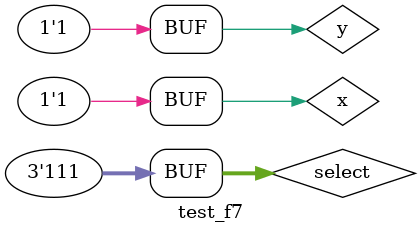
<source format=v>

module f7 (output not_x,
           output not_y,
           output s_xnor,
           output s_xor,
           output s_or,
           output s_nor,
           output s_and,
           output s_nand,
           input x,
           input y);

    not  NOT1  (not_x, x);
    not  NOT2  (not_y, y);
    xnor XNOR1 (s_xnor, x, y);
    xor  XOR1  (s_xor, x, y);
    or   OR1   (s_or, x, y);
    nor  NOR1  (s_nor, x, y);
    and  AND1  (s_and, x, y);
    nand NAND1 (s_nand, x, y);
endmodule // f7

// -------------------------
// multiplexer
// -------------------------
module mux (output s,
            input not_x,
            input not_y,
            input s_xnor,
            input s_xor,
            input s_or,
            input s_nor,
            input s_and,
            input s_nand,
            input [2:0] select);
// definir dados locais
    wire not_s0;
    wire not_s1;
    wire not_s2;
    wire s_000;
    wire s_001;
    wire s_010;
    wire s_011;
    wire s_100;
    wire s_101;
    wire s_110;
    wire s_111;

    not NOT3(not_s0, select[0]); //select[0] = 0
    not NOT4(not_s1, select[1]); //select[1] = 0
    not NOT5(not_s2, select[2]); //select[2] = 0

    and AND1(s_000, not_x,  not_s2, not_s1, not_s0);       // 000 - NOT(x)
    and AND2(s_001, not_y,  not_s2, not_s1, select[0]);       // 001 - NOT(y)
    and AND3(s_010, s_xnor, not_s2, select[1], not_s0);       // 010 - XNOR
    and AND4(s_011, s_xor,  not_s2, select[1], select[0]);    // 011 - XOR
    and AND5(s_100, s_or,   select[2], not_s1, not_s0);    // 100 - OR
    and AND6(s_101, s_nor,  select[2], not_s1, select[0]); // 101 - NOR
    and AND7(s_110, s_and,  select[2], select[1], not_s0);       // 110 - AND
    and AND8(s_111, s_nand, select[2], select[1], select[0]);       // 111 - NAND

    or SAIDA(s, s_000, s_001, s_010, s_011, s_100, s_101, s_110, s_111);
endmodule // mux

// -------------------------
// Teste da Unidade Lógica
// -------------------------
module test_f7;
// ------------------------- definir dados
    reg x;
    reg y;
    reg [2:0] select;
    wire saida_not_x;
    wire saida_not_y;
    wire saida_xnor;
    wire saida_xor;
    wire saida_or;
    wire saida_nor;
    wire saida_and;
    wire saida_nand;
    wire saida_mux;

    f7 moduloLU (saida_not_x, saida_not_y, saida_xnor, saida_xor, saida_or, saida_nor, saida_and, saida_nand, x, y);
    mux seletor (saida_mux, saida_not_x, saida_not_y, saida_xnor, saida_xor, saida_or, saida_nor, saida_and, saida_nand, select); 

    // ------------------------- parte principal
    initial
    begin : main
        $display("Guia_0705 - Daniel Alves Goncalves - 874770");
        $display("Test LU's module");
        $display(" x y select | NOT(x) NOT(y) XNOR XOR OR NOR AND NAND | s");
        $monitor(" %b %b  %b%b%b   |   %b      %b     %b    %b  %b   %b   %b   %b   | %b",
                  x, y, select[2], select[1], select[0], saida_not_x, saida_not_y, saida_xnor, saida_xor, saida_or, saida_nor, saida_and, saida_nand, saida_mux);


        // Testes com todas as combinações
        x = 0; y = 0; 
        select = 3'b000; #1;
        select = 3'b001; #1;
        select = 3'b010; #1;
        select = 3'b011; #1;
        select = 3'b100; #1;
        select = 3'b101; #1;
        select = 3'b110; #1;
        select = 3'b111; #1;
        
        x = 0; y = 1; 
        select = 3'b000; #1;
        select = 3'b001; #1;
        select = 3'b010; #1;
        select = 3'b011; #1;
        select = 3'b100; #1;
        select = 3'b101; #1;
        select = 3'b110; #1;
        select = 3'b111; #1;

        x = 1; y = 0; 
        select = 3'b000; #1;
        select = 3'b001; #1;
        select = 3'b010; #1;
        select = 3'b011; #1;
        select = 3'b100; #1;
        select = 3'b101; #1;
        select = 3'b110; #1;
        select = 3'b111; #1;

        x = 1; y = 1; 
        select = 3'b000; #1;
        select = 3'b001; #1;
        select = 3'b010; #1;
        select = 3'b011; #1;
        select = 3'b100; #1;
        select = 3'b101; #1;
        select = 3'b110; #1;
        select = 3'b111; #1;
    end
endmodule

</source>
